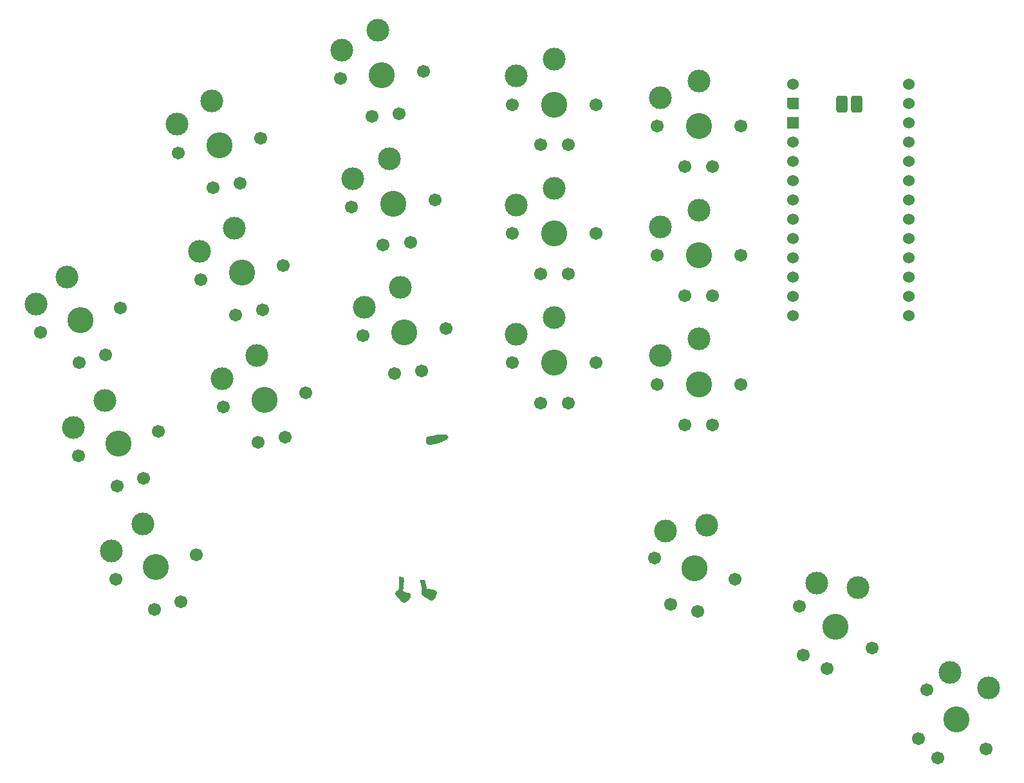
<source format=gbr>
%TF.GenerationSoftware,KiCad,Pcbnew,8.0.0*%
%TF.CreationDate,2024-06-08T15:13:20+02:00*%
%TF.ProjectId,goos-right,676f6f73-2d72-4696-9768-742e6b696361,rev?*%
%TF.SameCoordinates,Original*%
%TF.FileFunction,Soldermask,Bot*%
%TF.FilePolarity,Negative*%
%FSLAX46Y46*%
G04 Gerber Fmt 4.6, Leading zero omitted, Abs format (unit mm)*
G04 Created by KiCad (PCBNEW 8.0.0) date 2024-06-08 15:13:20*
%MOMM*%
%LPD*%
G01*
G04 APERTURE LIST*
G04 Aperture macros list*
%AMRoundRect*
0 Rectangle with rounded corners*
0 $1 Rounding radius*
0 $2 $3 $4 $5 $6 $7 $8 $9 X,Y pos of 4 corners*
0 Add a 4 corners polygon primitive as box body*
4,1,4,$2,$3,$4,$5,$6,$7,$8,$9,$2,$3,0*
0 Add four circle primitives for the rounded corners*
1,1,$1+$1,$2,$3*
1,1,$1+$1,$4,$5*
1,1,$1+$1,$6,$7*
1,1,$1+$1,$8,$9*
0 Add four rect primitives between the rounded corners*
20,1,$1+$1,$2,$3,$4,$5,0*
20,1,$1+$1,$4,$5,$6,$7,0*
20,1,$1+$1,$6,$7,$8,$9,0*
20,1,$1+$1,$8,$9,$2,$3,0*%
%AMOutline5P*
0 Free polygon, 5 corners , with rotation*
0 The origin of the aperture is its center*
0 number of corners: always 5*
0 $1 to $10 corner X, Y*
0 $11 Rotation angle, in degrees counterclockwise*
0 create outline with 5 corners*
4,1,5,$1,$2,$3,$4,$5,$6,$7,$8,$9,$10,$1,$2,$11*%
%AMOutline6P*
0 Free polygon, 6 corners , with rotation*
0 The origin of the aperture is its center*
0 number of corners: always 6*
0 $1 to $12 corner X, Y*
0 $13 Rotation angle, in degrees counterclockwise*
0 create outline with 6 corners*
4,1,6,$1,$2,$3,$4,$5,$6,$7,$8,$9,$10,$11,$12,$1,$2,$13*%
%AMOutline7P*
0 Free polygon, 7 corners , with rotation*
0 The origin of the aperture is its center*
0 number of corners: always 7*
0 $1 to $14 corner X, Y*
0 $15 Rotation angle, in degrees counterclockwise*
0 create outline with 7 corners*
4,1,7,$1,$2,$3,$4,$5,$6,$7,$8,$9,$10,$11,$12,$13,$14,$1,$2,$15*%
%AMOutline8P*
0 Free polygon, 8 corners , with rotation*
0 The origin of the aperture is its center*
0 number of corners: always 8*
0 $1 to $16 corner X, Y*
0 $17 Rotation angle, in degrees counterclockwise*
0 create outline with 8 corners*
4,1,8,$1,$2,$3,$4,$5,$6,$7,$8,$9,$10,$11,$12,$13,$14,$15,$16,$1,$2,$17*%
G04 Aperture macros list end*
%ADD10C,0.000000*%
%ADD11C,1.701800*%
%ADD12C,3.000000*%
%ADD13C,3.429000*%
%ADD14RoundRect,0.375000X0.375000X0.750000X-0.375000X0.750000X-0.375000X-0.750000X0.375000X-0.750000X0*%
%ADD15C,1.524000*%
%ADD16Outline5P,-0.762000X0.762000X0.762000X0.762000X0.762000X-0.762000X-0.457200X-0.762000X-0.762000X-0.457200X0.000000*%
%ADD17R,1.524000X1.524000*%
G04 APERTURE END LIST*
D10*
G36*
X176892727Y-97747505D02*
G01*
X176902845Y-97748529D01*
X176913293Y-97750086D01*
X176924051Y-97752172D01*
X176935097Y-97754783D01*
X176946411Y-97757913D01*
X176957972Y-97761559D01*
X176969759Y-97765716D01*
X176981751Y-97770379D01*
X176993927Y-97775545D01*
X177006266Y-97781208D01*
X177018748Y-97787364D01*
X177029800Y-97792809D01*
X177041293Y-97798105D01*
X177053137Y-97803224D01*
X177065239Y-97808140D01*
X177089852Y-97817247D01*
X177114400Y-97825207D01*
X177126421Y-97828688D01*
X177138151Y-97831799D01*
X177149499Y-97834512D01*
X177160372Y-97836801D01*
X177170681Y-97838638D01*
X177180332Y-97839994D01*
X177189235Y-97840843D01*
X177197297Y-97841157D01*
X177225982Y-97841570D01*
X177251676Y-97842608D01*
X177274565Y-97844426D01*
X177294836Y-97847177D01*
X177304049Y-97848950D01*
X177312678Y-97851013D01*
X177320746Y-97853386D01*
X177328276Y-97856088D01*
X177335292Y-97859137D01*
X177341818Y-97862554D01*
X177347876Y-97866357D01*
X177353490Y-97870565D01*
X177358684Y-97875197D01*
X177363481Y-97880274D01*
X177367903Y-97885812D01*
X177371976Y-97891833D01*
X177375721Y-97898354D01*
X177379162Y-97905396D01*
X177382324Y-97912977D01*
X177385228Y-97921116D01*
X177390360Y-97939145D01*
X177394744Y-97959637D01*
X177398568Y-97982746D01*
X177402019Y-98008623D01*
X177414545Y-98117665D01*
X177424233Y-98215567D01*
X177431063Y-98301747D01*
X177435012Y-98375628D01*
X177436059Y-98436628D01*
X177434184Y-98484170D01*
X177432143Y-98502712D01*
X177429363Y-98517672D01*
X177425842Y-98528978D01*
X177421576Y-98536557D01*
X177420244Y-98538684D01*
X177418925Y-98541765D01*
X177416333Y-98550682D01*
X177413815Y-98563097D01*
X177411384Y-98578799D01*
X177409055Y-98597578D01*
X177406842Y-98619224D01*
X177402819Y-98670274D01*
X177399428Y-98730265D01*
X177396781Y-98797514D01*
X177394990Y-98870335D01*
X177394168Y-98947047D01*
X177393029Y-99074391D01*
X177390590Y-99179841D01*
X177386722Y-99264555D01*
X177381294Y-99329691D01*
X177377954Y-99355280D01*
X177374176Y-99376408D01*
X177369943Y-99393221D01*
X177365239Y-99405863D01*
X177360048Y-99414479D01*
X177354354Y-99419214D01*
X177348139Y-99420213D01*
X177341389Y-99417619D01*
X177339714Y-99417399D01*
X177338191Y-99418835D01*
X177336818Y-99421822D01*
X177335593Y-99426257D01*
X177333570Y-99439049D01*
X177332101Y-99456376D01*
X177331164Y-99477403D01*
X177330734Y-99501293D01*
X177331310Y-99554323D01*
X177333647Y-99608779D01*
X177337565Y-99657977D01*
X177340060Y-99678515D01*
X177342883Y-99695231D01*
X177346009Y-99707291D01*
X177347680Y-99711313D01*
X177349418Y-99713858D01*
X177351049Y-99715025D01*
X177353800Y-99716414D01*
X177357606Y-99718007D01*
X177362405Y-99719787D01*
X177368132Y-99721734D01*
X177374724Y-99723831D01*
X177390243Y-99728402D01*
X177408452Y-99733357D01*
X177428840Y-99738550D01*
X177450894Y-99743838D01*
X177474104Y-99749075D01*
X177498983Y-99754979D01*
X177525819Y-99762176D01*
X177553767Y-99770387D01*
X177581979Y-99779336D01*
X177609609Y-99788742D01*
X177635810Y-99798329D01*
X177659736Y-99807818D01*
X177680539Y-99816930D01*
X177690984Y-99821446D01*
X177703259Y-99826139D01*
X177717208Y-99830971D01*
X177732678Y-99835905D01*
X177767564Y-99845930D01*
X177806685Y-99855917D01*
X177848811Y-99865568D01*
X177892707Y-99874585D01*
X177937143Y-99882670D01*
X177980887Y-99889526D01*
X178033084Y-99897589D01*
X178078282Y-99905912D01*
X178098385Y-99910212D01*
X178116892Y-99914627D01*
X178133853Y-99919173D01*
X178149322Y-99923868D01*
X178163348Y-99928726D01*
X178175984Y-99933766D01*
X178187280Y-99939004D01*
X178197287Y-99944456D01*
X178206057Y-99950140D01*
X178213641Y-99956070D01*
X178220091Y-99962265D01*
X178225457Y-99968741D01*
X178229077Y-99973878D01*
X178232472Y-99979070D01*
X178235630Y-99984282D01*
X178238539Y-99989478D01*
X178241187Y-99994623D01*
X178243560Y-99999682D01*
X178245648Y-100004618D01*
X178247437Y-100009398D01*
X178248915Y-100013985D01*
X178250070Y-100018343D01*
X178250889Y-100022439D01*
X178251361Y-100026235D01*
X178251472Y-100029698D01*
X178251211Y-100032791D01*
X178250936Y-100034188D01*
X178250564Y-100035479D01*
X178250093Y-100036660D01*
X178249521Y-100037727D01*
X178248970Y-100038748D01*
X178248563Y-100039790D01*
X178248296Y-100040854D01*
X178248167Y-100041936D01*
X178248174Y-100043034D01*
X178248314Y-100044147D01*
X178248583Y-100045271D01*
X178248981Y-100046405D01*
X178249503Y-100047547D01*
X178250148Y-100048695D01*
X178250913Y-100049846D01*
X178251795Y-100050998D01*
X178252792Y-100052150D01*
X178253900Y-100053298D01*
X178255118Y-100054442D01*
X178256443Y-100055579D01*
X178257873Y-100056706D01*
X178259404Y-100057821D01*
X178261033Y-100058923D01*
X178262760Y-100060010D01*
X178264580Y-100061078D01*
X178266492Y-100062126D01*
X178268492Y-100063153D01*
X178270578Y-100064155D01*
X178272748Y-100065130D01*
X178274999Y-100066077D01*
X178277328Y-100066993D01*
X178279732Y-100067877D01*
X178282210Y-100068726D01*
X178284758Y-100069537D01*
X178287374Y-100070309D01*
X178290056Y-100071040D01*
X178299978Y-100074996D01*
X178308813Y-100081285D01*
X178316588Y-100089755D01*
X178323329Y-100100254D01*
X178329062Y-100112630D01*
X178333812Y-100126732D01*
X178337607Y-100142407D01*
X178340473Y-100159504D01*
X178343520Y-100197355D01*
X178343163Y-100239070D01*
X178339613Y-100283435D01*
X178333078Y-100329235D01*
X178323769Y-100375255D01*
X178311895Y-100420280D01*
X178297665Y-100463095D01*
X178281289Y-100502485D01*
X178272362Y-100520517D01*
X178262977Y-100537237D01*
X178253161Y-100552493D01*
X178242939Y-100566134D01*
X178232338Y-100578007D01*
X178221384Y-100587962D01*
X178210103Y-100595845D01*
X178198521Y-100601506D01*
X178196481Y-100602344D01*
X178194502Y-100603265D01*
X178192587Y-100604266D01*
X178190737Y-100605343D01*
X178188955Y-100606494D01*
X178187240Y-100607715D01*
X178185597Y-100609003D01*
X178184025Y-100610354D01*
X178182527Y-100611765D01*
X178181104Y-100613233D01*
X178179759Y-100614755D01*
X178178492Y-100616326D01*
X178177305Y-100617944D01*
X178176201Y-100619606D01*
X178175180Y-100621309D01*
X178174245Y-100623048D01*
X178173397Y-100624820D01*
X178172638Y-100626623D01*
X178171969Y-100628453D01*
X178171393Y-100630307D01*
X178170910Y-100632180D01*
X178170523Y-100634071D01*
X178170233Y-100635976D01*
X178170042Y-100637891D01*
X178169952Y-100639814D01*
X178169964Y-100641740D01*
X178170080Y-100643666D01*
X178170301Y-100645590D01*
X178170630Y-100647508D01*
X178171068Y-100649416D01*
X178171617Y-100651311D01*
X178172278Y-100653191D01*
X178173264Y-100656430D01*
X178173792Y-100659875D01*
X178173840Y-100663548D01*
X178173386Y-100667473D01*
X178172406Y-100671673D01*
X178170879Y-100676173D01*
X178168782Y-100680997D01*
X178166091Y-100686167D01*
X178162786Y-100691707D01*
X178158842Y-100697642D01*
X178154237Y-100703995D01*
X178148950Y-100710789D01*
X178142957Y-100718049D01*
X178136236Y-100725798D01*
X178128763Y-100734059D01*
X178120518Y-100742857D01*
X178101617Y-100762157D01*
X178079351Y-100783886D01*
X178053541Y-100808236D01*
X178024005Y-100835394D01*
X177990564Y-100865551D01*
X177953036Y-100898897D01*
X177911242Y-100935620D01*
X177865001Y-100975911D01*
X177846280Y-100991684D01*
X177828031Y-101006146D01*
X177810712Y-101018999D01*
X177794776Y-101029943D01*
X177787469Y-101034607D01*
X177780679Y-101038681D01*
X177774463Y-101042129D01*
X177768877Y-101044914D01*
X177763978Y-101046998D01*
X177759824Y-101048343D01*
X177756472Y-101048913D01*
X177755114Y-101048896D01*
X177753977Y-101048671D01*
X177752960Y-101048372D01*
X177751956Y-101048138D01*
X177750966Y-101047968D01*
X177749991Y-101047859D01*
X177749033Y-101047812D01*
X177748093Y-101047825D01*
X177747172Y-101047897D01*
X177746272Y-101048026D01*
X177745394Y-101048213D01*
X177744539Y-101048455D01*
X177743708Y-101048752D01*
X177742902Y-101049102D01*
X177742124Y-101049505D01*
X177741374Y-101049959D01*
X177740653Y-101050463D01*
X177739963Y-101051017D01*
X177739304Y-101051618D01*
X177738680Y-101052267D01*
X177738089Y-101052961D01*
X177737534Y-101053700D01*
X177737017Y-101054483D01*
X177736538Y-101055309D01*
X177736098Y-101056176D01*
X177735699Y-101057084D01*
X177735343Y-101058030D01*
X177735030Y-101059016D01*
X177734761Y-101060038D01*
X177734539Y-101061096D01*
X177734363Y-101062190D01*
X177734237Y-101063317D01*
X177734160Y-101064477D01*
X177734134Y-101065669D01*
X177733772Y-101069588D01*
X177732703Y-101073639D01*
X177730954Y-101077810D01*
X177728548Y-101082088D01*
X177725512Y-101086458D01*
X177721870Y-101090908D01*
X177717649Y-101095423D01*
X177712873Y-101099991D01*
X177707568Y-101104599D01*
X177701760Y-101109232D01*
X177695473Y-101113877D01*
X177688733Y-101118522D01*
X177673996Y-101127754D01*
X177657751Y-101136821D01*
X177640201Y-101145616D01*
X177621550Y-101154031D01*
X177602000Y-101161960D01*
X177581754Y-101169294D01*
X177561015Y-101175927D01*
X177539987Y-101181751D01*
X177518871Y-101186659D01*
X177508344Y-101188736D01*
X177497871Y-101190544D01*
X177482011Y-101192987D01*
X177467719Y-101194973D01*
X177454920Y-101196483D01*
X177443538Y-101197501D01*
X177433499Y-101198008D01*
X177424728Y-101197985D01*
X177417148Y-101197415D01*
X177410685Y-101196281D01*
X177407849Y-101195496D01*
X177405264Y-101194563D01*
X177402921Y-101193479D01*
X177400810Y-101192244D01*
X177398922Y-101190853D01*
X177397247Y-101189305D01*
X177395777Y-101187598D01*
X177394501Y-101185730D01*
X177393410Y-101183697D01*
X177392496Y-101181499D01*
X177391157Y-101176595D01*
X177390408Y-101171000D01*
X177390175Y-101164696D01*
X177390173Y-101164702D01*
X177390036Y-101160314D01*
X177389633Y-101156050D01*
X177388978Y-101151931D01*
X177388085Y-101147979D01*
X177386967Y-101144216D01*
X177385638Y-101140665D01*
X177384112Y-101137347D01*
X177382401Y-101134284D01*
X177380519Y-101131499D01*
X177378481Y-101129014D01*
X177376299Y-101126850D01*
X177375159Y-101125896D01*
X177373988Y-101125031D01*
X177372788Y-101124257D01*
X177371560Y-101123577D01*
X177370307Y-101122994D01*
X177369030Y-101122511D01*
X177367730Y-101122131D01*
X177366410Y-101121856D01*
X177365071Y-101121689D01*
X177363715Y-101121632D01*
X177362358Y-101121676D01*
X177361017Y-101121804D01*
X177359695Y-101122015D01*
X177358392Y-101122307D01*
X177357110Y-101122678D01*
X177355851Y-101123126D01*
X177354617Y-101123648D01*
X177353409Y-101124242D01*
X177352230Y-101124907D01*
X177351081Y-101125639D01*
X177349963Y-101126438D01*
X177348879Y-101127301D01*
X177347829Y-101128225D01*
X177346817Y-101129209D01*
X177345843Y-101130251D01*
X177344909Y-101131348D01*
X177344018Y-101132498D01*
X177343170Y-101133699D01*
X177342367Y-101134950D01*
X177341612Y-101136247D01*
X177340905Y-101137589D01*
X177340249Y-101138974D01*
X177339646Y-101140400D01*
X177339096Y-101141863D01*
X177338602Y-101143364D01*
X177338166Y-101144898D01*
X177337789Y-101146465D01*
X177337473Y-101148061D01*
X177337219Y-101149685D01*
X177337030Y-101151335D01*
X177336907Y-101153009D01*
X177336851Y-101154704D01*
X177336734Y-101158880D01*
X177336487Y-101162522D01*
X177336313Y-101164143D01*
X177336106Y-101165630D01*
X177335864Y-101166984D01*
X177335587Y-101168205D01*
X177335274Y-101169293D01*
X177334926Y-101170248D01*
X177334540Y-101171069D01*
X177334118Y-101171758D01*
X177333657Y-101172314D01*
X177333159Y-101172738D01*
X177332621Y-101173029D01*
X177332044Y-101173187D01*
X177331427Y-101173213D01*
X177330769Y-101173106D01*
X177330071Y-101172867D01*
X177329331Y-101172496D01*
X177328548Y-101171993D01*
X177327724Y-101171358D01*
X177326855Y-101170591D01*
X177325943Y-101169692D01*
X177324987Y-101168662D01*
X177323986Y-101167499D01*
X177321847Y-101164780D01*
X177319523Y-101161535D01*
X177317008Y-101157765D01*
X177315942Y-101156212D01*
X177314753Y-101154649D01*
X177312023Y-101151507D01*
X177308854Y-101148358D01*
X177305284Y-101145224D01*
X177301351Y-101142127D01*
X177297090Y-101139087D01*
X177292539Y-101136126D01*
X177287735Y-101133265D01*
X177282715Y-101130524D01*
X177277517Y-101127926D01*
X177272177Y-101125491D01*
X177266733Y-101123241D01*
X177261221Y-101121196D01*
X177255679Y-101119377D01*
X177250144Y-101117807D01*
X177244652Y-101116505D01*
X177239296Y-101115196D01*
X177234157Y-101113602D01*
X177229260Y-101111747D01*
X177224628Y-101109652D01*
X177220284Y-101107338D01*
X177216253Y-101104828D01*
X177212558Y-101102144D01*
X177209223Y-101099308D01*
X177206272Y-101096341D01*
X177203728Y-101093265D01*
X177202616Y-101091694D01*
X177201615Y-101090103D01*
X177200728Y-101088496D01*
X177199957Y-101086876D01*
X177199306Y-101085245D01*
X177198778Y-101083606D01*
X177198376Y-101081961D01*
X177198101Y-101080314D01*
X177197959Y-101078668D01*
X177197951Y-101077024D01*
X177198080Y-101075386D01*
X177198350Y-101073756D01*
X177198639Y-101072142D01*
X177198823Y-101070547D01*
X177198905Y-101068976D01*
X177198888Y-101067429D01*
X177198772Y-101065908D01*
X177198561Y-101064416D01*
X177198256Y-101062954D01*
X177197860Y-101061525D01*
X177197373Y-101060131D01*
X177196800Y-101058773D01*
X177196140Y-101057454D01*
X177195398Y-101056175D01*
X177194574Y-101054939D01*
X177193670Y-101053748D01*
X177192690Y-101052604D01*
X177191634Y-101051508D01*
X177190505Y-101050463D01*
X177189305Y-101049471D01*
X177188036Y-101048533D01*
X177186700Y-101047653D01*
X177185299Y-101046831D01*
X177183836Y-101046070D01*
X177182311Y-101045372D01*
X177180728Y-101044739D01*
X177179089Y-101044173D01*
X177177394Y-101043676D01*
X177175648Y-101043249D01*
X177173850Y-101042896D01*
X177172005Y-101042618D01*
X177170113Y-101042416D01*
X177168177Y-101042294D01*
X177166198Y-101042253D01*
X177160111Y-101041795D01*
X177153474Y-101040454D01*
X177146335Y-101038276D01*
X177138745Y-101035308D01*
X177130750Y-101031598D01*
X177122401Y-101027193D01*
X177104832Y-101016488D01*
X177086428Y-101003569D01*
X177067579Y-100988814D01*
X177048675Y-100972602D01*
X177030106Y-100955310D01*
X177012261Y-100937316D01*
X176995530Y-100918998D01*
X176980304Y-100900734D01*
X176966971Y-100882900D01*
X176955923Y-100865876D01*
X176951378Y-100857785D01*
X176947549Y-100850039D01*
X176944486Y-100842683D01*
X176942239Y-100835766D01*
X176940854Y-100829335D01*
X176940382Y-100823436D01*
X176940291Y-100817966D01*
X176940026Y-100812826D01*
X176939596Y-100808036D01*
X176939008Y-100803615D01*
X176938273Y-100799581D01*
X176937398Y-100795955D01*
X176936394Y-100792754D01*
X176935268Y-100789999D01*
X176934030Y-100787707D01*
X176932689Y-100785899D01*
X176931982Y-100785182D01*
X176931253Y-100784593D01*
X176930503Y-100784134D01*
X176929732Y-100783807D01*
X176928943Y-100783616D01*
X176928135Y-100783562D01*
X176927310Y-100783649D01*
X176926470Y-100783877D01*
X176925615Y-100784250D01*
X176924746Y-100784769D01*
X176923865Y-100785439D01*
X176922973Y-100786259D01*
X176920430Y-100788437D01*
X176917683Y-100790117D01*
X176914755Y-100791323D01*
X176911667Y-100792075D01*
X176908444Y-100792396D01*
X176905106Y-100792306D01*
X176901677Y-100791829D01*
X176898180Y-100790986D01*
X176894636Y-100789799D01*
X176891068Y-100788289D01*
X176887499Y-100786479D01*
X176883951Y-100784390D01*
X176880447Y-100782044D01*
X176877010Y-100779463D01*
X176873661Y-100776668D01*
X176870424Y-100773682D01*
X176867320Y-100770526D01*
X176864373Y-100767223D01*
X176861605Y-100763793D01*
X176859039Y-100760259D01*
X176856696Y-100756643D01*
X176854600Y-100752966D01*
X176852774Y-100749250D01*
X176851238Y-100745518D01*
X176850017Y-100741790D01*
X176849133Y-100738089D01*
X176848607Y-100734436D01*
X176848464Y-100730854D01*
X176848724Y-100727364D01*
X176849412Y-100723988D01*
X176850548Y-100720748D01*
X176852157Y-100717665D01*
X176853042Y-100716196D01*
X176853835Y-100714801D01*
X176854539Y-100713480D01*
X176855152Y-100712233D01*
X176855677Y-100711061D01*
X176856113Y-100709964D01*
X176856461Y-100708942D01*
X176856722Y-100707997D01*
X176856896Y-100707128D01*
X176856984Y-100706335D01*
X176856987Y-100705620D01*
X176856905Y-100704982D01*
X176856739Y-100704423D01*
X176856490Y-100703941D01*
X176856157Y-100703538D01*
X176855743Y-100703215D01*
X176855247Y-100702970D01*
X176854670Y-100702806D01*
X176854013Y-100702722D01*
X176853276Y-100702719D01*
X176852460Y-100702796D01*
X176851566Y-100702955D01*
X176850594Y-100703196D01*
X176849545Y-100703520D01*
X176848419Y-100703926D01*
X176847217Y-100704415D01*
X176845940Y-100704987D01*
X176844589Y-100705643D01*
X176843164Y-100706384D01*
X176841665Y-100707209D01*
X176838450Y-100709114D01*
X176836799Y-100710065D01*
X176835132Y-100710888D01*
X176833453Y-100711586D01*
X176831763Y-100712159D01*
X176830064Y-100712609D01*
X176828361Y-100712938D01*
X176826655Y-100713146D01*
X176824948Y-100713235D01*
X176823243Y-100713206D01*
X176821544Y-100713061D01*
X176819851Y-100712802D01*
X176818169Y-100712429D01*
X176816498Y-100711943D01*
X176814843Y-100711348D01*
X176813205Y-100710642D01*
X176811588Y-100709829D01*
X176809992Y-100708909D01*
X176808422Y-100707885D01*
X176806880Y-100706756D01*
X176805368Y-100705525D01*
X176803888Y-100704192D01*
X176802444Y-100702760D01*
X176801038Y-100701230D01*
X176799672Y-100699603D01*
X176798350Y-100697880D01*
X176797072Y-100696063D01*
X176795843Y-100694153D01*
X176794664Y-100692152D01*
X176793539Y-100690060D01*
X176792469Y-100687880D01*
X176791457Y-100685613D01*
X176790506Y-100683259D01*
X176787780Y-100677674D01*
X176783219Y-100670251D01*
X176776930Y-100661114D01*
X176769017Y-100650386D01*
X176759585Y-100638190D01*
X176748740Y-100624650D01*
X176723228Y-100594033D01*
X176693322Y-100559520D01*
X176659862Y-100522100D01*
X176623688Y-100482760D01*
X176585641Y-100442488D01*
X176551406Y-100406082D01*
X176518866Y-100370144D01*
X176488090Y-100334780D01*
X176459146Y-100300092D01*
X176432104Y-100266187D01*
X176407030Y-100233168D01*
X176383995Y-100201141D01*
X176363065Y-100170210D01*
X176344311Y-100140479D01*
X176327799Y-100112054D01*
X176313599Y-100085038D01*
X176301779Y-100059537D01*
X176292408Y-100035656D01*
X176285553Y-100013498D01*
X176281284Y-99993169D01*
X176279669Y-99974773D01*
X176280015Y-99963993D01*
X176281339Y-99952621D01*
X176283595Y-99940718D01*
X176286735Y-99928345D01*
X176295475Y-99902433D01*
X176307177Y-99875377D01*
X176321461Y-99847667D01*
X176337945Y-99819793D01*
X176356248Y-99792246D01*
X176375989Y-99765517D01*
X176396787Y-99740095D01*
X176418260Y-99716472D01*
X176440026Y-99695137D01*
X176461706Y-99676582D01*
X176482917Y-99661296D01*
X176493228Y-99655032D01*
X176503278Y-99649770D01*
X176513021Y-99645571D01*
X176522409Y-99642495D01*
X176531393Y-99640605D01*
X176539927Y-99639961D01*
X176545930Y-99639767D01*
X176551708Y-99639195D01*
X176557239Y-99638260D01*
X176562499Y-99636978D01*
X176567467Y-99635366D01*
X176572120Y-99633438D01*
X176576436Y-99631211D01*
X176580393Y-99628700D01*
X176583968Y-99625920D01*
X176585605Y-99624435D01*
X176587138Y-99622888D01*
X176588565Y-99621282D01*
X176589882Y-99619619D01*
X176591088Y-99617901D01*
X176592178Y-99616130D01*
X176593150Y-99614307D01*
X176594002Y-99612434D01*
X176594730Y-99610515D01*
X176595333Y-99608549D01*
X176595806Y-99606541D01*
X176596147Y-99604490D01*
X176596354Y-99602401D01*
X176596424Y-99600273D01*
X176596473Y-99598239D01*
X176596621Y-99596230D01*
X176596863Y-99594250D01*
X176597197Y-99592301D01*
X176597623Y-99590385D01*
X176598135Y-99588505D01*
X176598734Y-99586664D01*
X176599415Y-99584863D01*
X176600176Y-99583107D01*
X176601016Y-99581396D01*
X176601932Y-99579734D01*
X176602920Y-99578124D01*
X176603980Y-99576567D01*
X176605107Y-99575066D01*
X176606301Y-99573625D01*
X176607558Y-99572244D01*
X176608877Y-99570928D01*
X176610254Y-99569678D01*
X176611687Y-99568497D01*
X176613174Y-99567388D01*
X176614712Y-99566353D01*
X176616299Y-99565395D01*
X176617933Y-99564515D01*
X176619611Y-99563718D01*
X176621330Y-99563005D01*
X176623089Y-99562378D01*
X176624884Y-99561841D01*
X176626714Y-99561396D01*
X176628576Y-99561046D01*
X176630467Y-99560792D01*
X176632385Y-99560638D01*
X176634328Y-99560586D01*
X176636295Y-99560509D01*
X176638284Y-99560278D01*
X176640291Y-99559897D01*
X176642313Y-99559371D01*
X176644346Y-99558704D01*
X176646387Y-99557898D01*
X176648432Y-99556959D01*
X176650477Y-99555889D01*
X176652520Y-99554693D01*
X176654555Y-99553374D01*
X176656581Y-99551936D01*
X176658592Y-99550384D01*
X176660586Y-99548720D01*
X176662559Y-99546949D01*
X176666427Y-99543099D01*
X176670168Y-99538866D01*
X176673753Y-99534280D01*
X176677153Y-99529371D01*
X176680339Y-99524170D01*
X176683283Y-99518707D01*
X176685956Y-99513013D01*
X176688330Y-99507119D01*
X176689395Y-99504106D01*
X176690374Y-99501054D01*
X176692423Y-99494761D01*
X176694808Y-99488196D01*
X176697500Y-99481411D01*
X176700469Y-99474460D01*
X176703687Y-99467396D01*
X176707125Y-99460273D01*
X176710754Y-99453142D01*
X176714543Y-99446058D01*
X176718465Y-99439073D01*
X176722490Y-99432241D01*
X176726589Y-99425615D01*
X176730733Y-99419248D01*
X176734893Y-99413193D01*
X176739039Y-99407503D01*
X176743143Y-99402231D01*
X176747175Y-99397430D01*
X176749979Y-99394017D01*
X176752642Y-99390317D01*
X176755166Y-99386304D01*
X176757552Y-99381951D01*
X176759803Y-99377233D01*
X176761921Y-99372121D01*
X176763908Y-99366590D01*
X176765766Y-99360612D01*
X176767498Y-99354161D01*
X176769104Y-99347210D01*
X176771952Y-99331702D01*
X176774326Y-99313875D01*
X176776242Y-99293514D01*
X176777718Y-99270406D01*
X176778771Y-99244337D01*
X176779416Y-99215094D01*
X176779671Y-99182462D01*
X176779552Y-99146230D01*
X176779076Y-99106181D01*
X176778259Y-99062104D01*
X176777119Y-99013785D01*
X176774256Y-98846156D01*
X176772906Y-98640749D01*
X176773137Y-98423587D01*
X176775018Y-98220694D01*
X176781633Y-97767157D01*
X176847823Y-97750545D01*
X176855976Y-97748834D01*
X176864564Y-97747680D01*
X176873565Y-97747076D01*
X176882960Y-97747020D01*
X176892727Y-97747505D01*
G37*
G36*
X180015498Y-98171829D02*
G01*
X180051653Y-98173472D01*
X180083208Y-98176242D01*
X180109186Y-98180196D01*
X180128611Y-98185396D01*
X180133590Y-98187540D01*
X180138526Y-98190278D01*
X180143417Y-98193611D01*
X180148264Y-98197535D01*
X180153066Y-98202049D01*
X180157822Y-98207153D01*
X180162532Y-98212844D01*
X180167195Y-98219122D01*
X180171811Y-98225984D01*
X180176378Y-98233430D01*
X180180898Y-98241457D01*
X180185368Y-98250066D01*
X180189789Y-98259253D01*
X180194160Y-98269018D01*
X180202749Y-98290275D01*
X180211132Y-98313826D01*
X180219303Y-98339659D01*
X180227260Y-98367763D01*
X180234996Y-98398126D01*
X180242509Y-98430737D01*
X180249794Y-98465584D01*
X180256846Y-98502657D01*
X180263661Y-98541943D01*
X180267894Y-98564607D01*
X180273216Y-98588463D01*
X180279411Y-98612797D01*
X180286265Y-98636891D01*
X180293562Y-98660030D01*
X180301090Y-98681497D01*
X180308632Y-98700577D01*
X180312342Y-98708998D01*
X180315975Y-98716553D01*
X180319475Y-98723953D01*
X180322795Y-98731918D01*
X180325920Y-98740374D01*
X180328838Y-98749246D01*
X180331533Y-98758461D01*
X180333994Y-98767945D01*
X180336206Y-98777623D01*
X180338155Y-98787420D01*
X180339828Y-98797264D01*
X180341211Y-98807079D01*
X180342291Y-98816792D01*
X180343053Y-98826328D01*
X180343484Y-98835613D01*
X180343570Y-98844573D01*
X180343298Y-98853134D01*
X180342655Y-98861221D01*
X180342017Y-98869398D01*
X180341763Y-98878221D01*
X180341878Y-98887607D01*
X180342348Y-98897474D01*
X180343159Y-98907737D01*
X180344297Y-98918314D01*
X180345747Y-98929123D01*
X180347495Y-98940080D01*
X180349526Y-98951101D01*
X180351827Y-98962105D01*
X180354384Y-98973008D01*
X180357181Y-98983727D01*
X180360205Y-98994179D01*
X180363441Y-99004282D01*
X180366875Y-99013951D01*
X180370493Y-99023105D01*
X180374154Y-99032555D01*
X180377711Y-99043096D01*
X180381148Y-99054615D01*
X180384444Y-99067000D01*
X180387584Y-99080138D01*
X180390546Y-99093916D01*
X180395869Y-99122947D01*
X180400266Y-99153194D01*
X180403588Y-99183757D01*
X180404801Y-99198877D01*
X180405690Y-99213739D01*
X180406237Y-99228230D01*
X180406423Y-99242239D01*
X180406558Y-99258072D01*
X180406959Y-99272972D01*
X180407625Y-99286933D01*
X180408555Y-99299945D01*
X180409746Y-99312000D01*
X180411195Y-99323090D01*
X180412902Y-99333206D01*
X180414864Y-99342341D01*
X180417079Y-99350485D01*
X180419544Y-99357630D01*
X180422259Y-99363769D01*
X180425221Y-99368892D01*
X180428427Y-99372991D01*
X180431877Y-99376058D01*
X180435567Y-99378085D01*
X180437502Y-99378706D01*
X180439496Y-99379063D01*
X180460689Y-99381066D01*
X180493942Y-99383801D01*
X180534700Y-99386907D01*
X180578402Y-99390024D01*
X180820515Y-99407694D01*
X180999917Y-99423109D01*
X181066346Y-99429995D01*
X181117390Y-99436344D01*
X181153147Y-99442168D01*
X181173715Y-99447475D01*
X181182940Y-99450782D01*
X181193969Y-99454274D01*
X181206385Y-99457846D01*
X181219776Y-99461392D01*
X181233726Y-99464807D01*
X181247821Y-99467984D01*
X181261646Y-99470819D01*
X181274787Y-99473205D01*
X181300486Y-99478417D01*
X181327721Y-99485565D01*
X181356054Y-99494417D01*
X181385043Y-99504740D01*
X181414248Y-99516300D01*
X181443230Y-99528864D01*
X181471549Y-99542198D01*
X181498763Y-99556069D01*
X181524433Y-99570243D01*
X181548119Y-99584488D01*
X181569380Y-99598569D01*
X181587776Y-99612252D01*
X181602868Y-99625306D01*
X181614215Y-99637496D01*
X181618346Y-99643194D01*
X181621376Y-99648589D01*
X181623250Y-99653651D01*
X181623912Y-99658351D01*
X181624028Y-99665042D01*
X181624265Y-99670902D01*
X181624635Y-99675939D01*
X181625154Y-99680157D01*
X181625472Y-99681962D01*
X181625833Y-99683564D01*
X181626236Y-99684965D01*
X181626685Y-99686165D01*
X181627181Y-99687165D01*
X181627725Y-99687966D01*
X181628320Y-99688569D01*
X181628966Y-99688974D01*
X181629665Y-99689181D01*
X181630420Y-99689193D01*
X181631231Y-99689010D01*
X181632101Y-99688631D01*
X181633031Y-99688059D01*
X181634022Y-99687294D01*
X181635077Y-99686336D01*
X181636197Y-99685187D01*
X181638639Y-99682316D01*
X181641361Y-99678689D01*
X181644376Y-99674309D01*
X181647698Y-99669185D01*
X181649382Y-99666626D01*
X181651052Y-99664298D01*
X181652711Y-99662201D01*
X181654364Y-99660340D01*
X181656014Y-99658716D01*
X181657666Y-99657332D01*
X181659322Y-99656191D01*
X181660987Y-99655295D01*
X181662664Y-99654647D01*
X181664358Y-99654250D01*
X181666071Y-99654106D01*
X181667809Y-99654218D01*
X181669574Y-99654588D01*
X181671371Y-99655219D01*
X181673203Y-99656114D01*
X181675074Y-99657275D01*
X181676989Y-99658704D01*
X181678950Y-99660405D01*
X181680961Y-99662380D01*
X181683027Y-99664632D01*
X181685151Y-99667163D01*
X181687337Y-99669975D01*
X181689588Y-99673072D01*
X181691909Y-99676456D01*
X181694304Y-99680130D01*
X181696776Y-99684095D01*
X181699328Y-99688356D01*
X181701966Y-99692914D01*
X181707510Y-99702933D01*
X181713439Y-99714172D01*
X181724243Y-99737356D01*
X181733239Y-99761579D01*
X181740432Y-99786783D01*
X181745827Y-99812907D01*
X181749429Y-99839895D01*
X181751244Y-99867686D01*
X181751277Y-99896222D01*
X181749533Y-99925445D01*
X181746017Y-99955296D01*
X181740735Y-99985715D01*
X181733691Y-100016645D01*
X181724892Y-100048026D01*
X181714341Y-100079799D01*
X181702045Y-100111907D01*
X181688009Y-100144290D01*
X181672238Y-100176889D01*
X181669698Y-100182299D01*
X181667072Y-100188691D01*
X181664382Y-100195983D01*
X181661646Y-100204093D01*
X181656121Y-100222444D01*
X181650659Y-100243093D01*
X181645423Y-100265388D01*
X181640574Y-100288678D01*
X181636276Y-100312312D01*
X181632689Y-100335640D01*
X181627889Y-100365997D01*
X181622051Y-100395495D01*
X181615264Y-100423964D01*
X181607616Y-100451235D01*
X181599197Y-100477141D01*
X181590096Y-100501513D01*
X181580399Y-100524181D01*
X181570198Y-100544979D01*
X181559579Y-100563737D01*
X181548633Y-100580286D01*
X181537447Y-100594458D01*
X181526110Y-100606085D01*
X181514712Y-100614999D01*
X181509017Y-100618385D01*
X181503340Y-100621029D01*
X181497692Y-100622911D01*
X181492083Y-100624009D01*
X181486526Y-100624302D01*
X181481031Y-100623769D01*
X181476218Y-100623045D01*
X181471697Y-100622596D01*
X181467485Y-100622415D01*
X181463600Y-100622492D01*
X181460058Y-100622819D01*
X181456875Y-100623387D01*
X181454068Y-100624188D01*
X181452811Y-100624673D01*
X181451654Y-100625214D01*
X181450600Y-100625808D01*
X181449650Y-100626455D01*
X181448806Y-100627153D01*
X181448072Y-100627903D01*
X181447448Y-100628702D01*
X181446936Y-100629550D01*
X181446540Y-100630445D01*
X181446261Y-100631387D01*
X181446101Y-100632374D01*
X181446062Y-100633405D01*
X181446146Y-100634480D01*
X181446355Y-100635597D01*
X181446692Y-100636755D01*
X181447159Y-100637953D01*
X181447757Y-100639190D01*
X181448489Y-100640465D01*
X181449165Y-100641831D01*
X181449600Y-100643340D01*
X181449797Y-100644987D01*
X181449761Y-100646764D01*
X181449498Y-100648668D01*
X181449011Y-100650693D01*
X181448306Y-100652832D01*
X181447388Y-100655081D01*
X181446261Y-100657433D01*
X181444930Y-100659884D01*
X181443401Y-100662427D01*
X181441677Y-100665057D01*
X181437665Y-100670557D01*
X181432933Y-100676337D01*
X181427520Y-100682355D01*
X181421463Y-100688565D01*
X181414802Y-100694922D01*
X181407575Y-100701383D01*
X181399819Y-100707902D01*
X181391573Y-100714436D01*
X181382876Y-100720939D01*
X181373766Y-100727367D01*
X181364640Y-100733770D01*
X181355898Y-100740200D01*
X181347579Y-100746615D01*
X181339723Y-100752972D01*
X181332371Y-100759231D01*
X181325561Y-100765348D01*
X181319334Y-100771282D01*
X181313730Y-100776990D01*
X181308787Y-100782430D01*
X181304548Y-100787561D01*
X181301050Y-100792340D01*
X181298334Y-100796725D01*
X181296439Y-100800674D01*
X181295812Y-100802471D01*
X181295406Y-100804144D01*
X181295225Y-100805687D01*
X181295275Y-100807095D01*
X181295559Y-100808362D01*
X181296084Y-100809483D01*
X181296613Y-100810593D01*
X181296909Y-100811826D01*
X181296977Y-100813179D01*
X181296822Y-100814646D01*
X181296448Y-100816222D01*
X181295861Y-100817904D01*
X181295065Y-100819685D01*
X181294065Y-100821562D01*
X181292866Y-100823530D01*
X181291473Y-100825584D01*
X181289890Y-100827719D01*
X181288122Y-100829931D01*
X181284051Y-100834565D01*
X181279298Y-100839450D01*
X181273901Y-100844546D01*
X181267899Y-100849818D01*
X181261331Y-100855226D01*
X181254234Y-100860733D01*
X181246646Y-100866302D01*
X181238607Y-100871895D01*
X181230155Y-100877473D01*
X181221327Y-100883000D01*
X181201246Y-100894111D01*
X181179747Y-100903950D01*
X181157167Y-100912499D01*
X181133846Y-100919740D01*
X181110122Y-100925658D01*
X181086333Y-100930233D01*
X181062818Y-100933450D01*
X181039915Y-100935291D01*
X181017963Y-100935739D01*
X180997299Y-100934775D01*
X180978263Y-100932384D01*
X180961193Y-100928548D01*
X180946428Y-100923249D01*
X180940015Y-100920046D01*
X180934305Y-100916471D01*
X180929340Y-100912521D01*
X180925163Y-100908195D01*
X180921816Y-100903491D01*
X180919341Y-100898405D01*
X180918552Y-100896472D01*
X180917694Y-100894594D01*
X180916769Y-100892772D01*
X180915780Y-100891008D01*
X180914729Y-100889304D01*
X180913620Y-100887662D01*
X180912456Y-100886082D01*
X180911239Y-100884568D01*
X180909973Y-100883120D01*
X180908660Y-100881741D01*
X180907303Y-100880432D01*
X180905906Y-100879194D01*
X180904470Y-100878030D01*
X180903000Y-100876940D01*
X180901497Y-100875928D01*
X180899966Y-100874993D01*
X180898408Y-100874139D01*
X180896826Y-100873367D01*
X180895225Y-100872678D01*
X180893605Y-100872075D01*
X180891971Y-100871558D01*
X180890326Y-100871129D01*
X180888672Y-100870791D01*
X180887011Y-100870545D01*
X180885348Y-100870393D01*
X180883685Y-100870335D01*
X180882025Y-100870375D01*
X180880370Y-100870513D01*
X180878725Y-100870752D01*
X180877090Y-100871093D01*
X180875471Y-100871537D01*
X180873869Y-100872087D01*
X180871310Y-100872928D01*
X180868649Y-100873538D01*
X180865870Y-100873906D01*
X180862952Y-100874019D01*
X180859880Y-100873865D01*
X180856634Y-100873433D01*
X180853196Y-100872710D01*
X180849549Y-100871685D01*
X180845675Y-100870345D01*
X180841555Y-100868679D01*
X180837171Y-100866675D01*
X180832505Y-100864320D01*
X180827540Y-100861603D01*
X180822258Y-100858512D01*
X180816639Y-100855035D01*
X180810667Y-100851160D01*
X180797588Y-100842168D01*
X180782879Y-100831440D01*
X180766393Y-100818881D01*
X180747988Y-100804396D01*
X180727518Y-100787888D01*
X180704839Y-100769262D01*
X180679808Y-100748422D01*
X180652279Y-100725273D01*
X180648866Y-100722525D01*
X180645240Y-100719854D01*
X180641431Y-100717274D01*
X180637472Y-100714798D01*
X180633396Y-100712441D01*
X180629233Y-100710217D01*
X180625017Y-100708138D01*
X180620779Y-100706220D01*
X180616550Y-100704476D01*
X180612364Y-100702919D01*
X180608252Y-100701564D01*
X180604245Y-100700424D01*
X180600376Y-100699514D01*
X180596678Y-100698846D01*
X180593181Y-100698435D01*
X180589918Y-100698295D01*
X180588378Y-100698247D01*
X180586894Y-100698104D01*
X180585467Y-100697868D01*
X180584099Y-100697541D01*
X180582790Y-100697127D01*
X180581542Y-100696627D01*
X180580355Y-100696043D01*
X180579231Y-100695379D01*
X180578170Y-100694636D01*
X180577174Y-100693817D01*
X180576243Y-100692925D01*
X180575379Y-100691961D01*
X180574582Y-100690928D01*
X180573855Y-100689828D01*
X180573197Y-100688664D01*
X180572610Y-100687438D01*
X180572095Y-100686153D01*
X180571652Y-100684810D01*
X180571284Y-100683412D01*
X180570991Y-100681962D01*
X180570773Y-100680462D01*
X180570633Y-100678914D01*
X180570570Y-100677321D01*
X180570587Y-100675685D01*
X180570684Y-100674008D01*
X180570862Y-100672293D01*
X180571123Y-100670542D01*
X180571467Y-100668758D01*
X180571895Y-100666942D01*
X180572408Y-100665098D01*
X180573008Y-100663227D01*
X180573695Y-100661333D01*
X180574447Y-100659193D01*
X180575051Y-100657077D01*
X180575510Y-100654987D01*
X180575824Y-100652924D01*
X180575994Y-100650889D01*
X180576021Y-100648883D01*
X180575907Y-100646908D01*
X180575652Y-100644964D01*
X180575257Y-100643054D01*
X180574725Y-100641178D01*
X180574055Y-100639338D01*
X180573249Y-100637534D01*
X180572308Y-100635769D01*
X180571233Y-100634043D01*
X180570025Y-100632358D01*
X180568685Y-100630714D01*
X180567215Y-100629114D01*
X180565615Y-100627559D01*
X180563887Y-100626049D01*
X180562031Y-100624586D01*
X180560049Y-100623171D01*
X180557942Y-100621806D01*
X180555710Y-100620492D01*
X180553356Y-100619229D01*
X180550880Y-100618020D01*
X180548283Y-100616866D01*
X180545566Y-100615767D01*
X180542730Y-100614726D01*
X180539777Y-100613742D01*
X180536708Y-100612819D01*
X180533523Y-100611956D01*
X180530224Y-100611156D01*
X180489532Y-100600407D01*
X180445009Y-100586131D01*
X180397594Y-100568831D01*
X180348228Y-100549010D01*
X180297849Y-100527173D01*
X180247397Y-100503822D01*
X180197813Y-100479461D01*
X180150035Y-100454595D01*
X180105003Y-100429725D01*
X180063657Y-100405357D01*
X180026936Y-100381993D01*
X179995781Y-100360136D01*
X179971130Y-100340292D01*
X179953923Y-100322962D01*
X179948405Y-100315398D01*
X179945100Y-100308651D01*
X179944127Y-100302785D01*
X179945601Y-100297862D01*
X179946273Y-100296688D01*
X179946829Y-100295529D01*
X179947272Y-100294387D01*
X179947603Y-100293262D01*
X179947823Y-100292157D01*
X179947935Y-100291072D01*
X179947941Y-100290009D01*
X179947842Y-100288971D01*
X179947639Y-100287957D01*
X179947336Y-100286970D01*
X179946932Y-100286011D01*
X179946431Y-100285082D01*
X179945833Y-100284183D01*
X179945141Y-100283317D01*
X179944356Y-100282485D01*
X179943480Y-100281689D01*
X179942515Y-100280929D01*
X179941462Y-100280208D01*
X179940324Y-100279527D01*
X179939101Y-100278887D01*
X179937796Y-100278289D01*
X179936411Y-100277736D01*
X179934946Y-100277229D01*
X179933405Y-100276769D01*
X179931788Y-100276357D01*
X179930097Y-100275996D01*
X179928335Y-100275686D01*
X179926503Y-100275429D01*
X179924602Y-100275227D01*
X179922634Y-100275081D01*
X179920601Y-100274992D01*
X179918505Y-100274962D01*
X179916185Y-100274893D01*
X179913917Y-100274690D01*
X179911703Y-100274353D01*
X179909543Y-100273885D01*
X179907439Y-100273287D01*
X179905392Y-100272562D01*
X179903405Y-100271711D01*
X179901477Y-100270737D01*
X179899611Y-100269642D01*
X179897808Y-100268427D01*
X179896069Y-100267094D01*
X179894396Y-100265646D01*
X179892790Y-100264084D01*
X179891253Y-100262410D01*
X179889785Y-100260627D01*
X179888389Y-100258736D01*
X179887065Y-100256739D01*
X179885815Y-100254638D01*
X179884640Y-100252436D01*
X179883542Y-100250134D01*
X179882522Y-100247733D01*
X179881582Y-100245237D01*
X179880722Y-100242647D01*
X179879945Y-100239965D01*
X179879251Y-100237192D01*
X179878643Y-100234332D01*
X179878120Y-100231386D01*
X179877685Y-100228355D01*
X179877340Y-100225243D01*
X179877084Y-100222050D01*
X179876921Y-100218779D01*
X179876851Y-100215431D01*
X179876731Y-100207108D01*
X179876482Y-100199775D01*
X179876090Y-100193422D01*
X179875542Y-100188037D01*
X179874824Y-100183608D01*
X179874397Y-100181749D01*
X179873922Y-100180125D01*
X179873398Y-100178735D01*
X179872823Y-100177576D01*
X179872196Y-100176649D01*
X179871514Y-100175951D01*
X179870776Y-100175481D01*
X179869980Y-100175238D01*
X179869124Y-100175220D01*
X179868208Y-100175426D01*
X179867228Y-100175854D01*
X179866184Y-100176503D01*
X179865074Y-100177372D01*
X179863895Y-100178460D01*
X179861328Y-100181283D01*
X179858468Y-100184963D01*
X179855302Y-100189487D01*
X179851816Y-100194845D01*
X179848111Y-100200543D01*
X179844699Y-100205417D01*
X179843093Y-100207542D01*
X179841548Y-100209457D01*
X179840062Y-100211161D01*
X179838629Y-100212653D01*
X179837246Y-100213932D01*
X179835910Y-100214996D01*
X179834616Y-100215844D01*
X179833360Y-100216475D01*
X179832139Y-100216888D01*
X179830949Y-100217081D01*
X179829785Y-100217054D01*
X179828645Y-100216804D01*
X179827524Y-100216332D01*
X179826418Y-100215635D01*
X179825323Y-100214712D01*
X179824236Y-100213562D01*
X179823153Y-100212184D01*
X179822070Y-100210577D01*
X179820983Y-100208739D01*
X179819887Y-100206669D01*
X179818781Y-100204366D01*
X179817658Y-100201829D01*
X179816516Y-100199056D01*
X179815351Y-100196047D01*
X179812936Y-100189312D01*
X179810381Y-100181616D01*
X179801983Y-100156660D01*
X179791539Y-100127280D01*
X179780381Y-100097142D01*
X179769837Y-100069910D01*
X179767229Y-100063086D01*
X179764987Y-100056628D01*
X179763113Y-100050546D01*
X179761606Y-100044851D01*
X179760465Y-100039552D01*
X179759690Y-100034660D01*
X179759280Y-100030185D01*
X179759236Y-100026138D01*
X179759557Y-100022528D01*
X179760243Y-100019367D01*
X179760722Y-100017957D01*
X179761292Y-100016663D01*
X179761954Y-100015486D01*
X179762706Y-100014428D01*
X179763549Y-100013490D01*
X179764483Y-100012672D01*
X179765507Y-100011977D01*
X179766623Y-100011405D01*
X179767829Y-100010958D01*
X179769125Y-100010637D01*
X179770513Y-100010444D01*
X179771990Y-100010379D01*
X179773318Y-100010327D01*
X179774628Y-100010173D01*
X179775920Y-100009919D01*
X179777191Y-100009569D01*
X179778441Y-100009124D01*
X179779668Y-100008587D01*
X179780869Y-100007961D01*
X179782043Y-100007247D01*
X179783190Y-100006450D01*
X179784305Y-100005571D01*
X179785390Y-100004612D01*
X179786440Y-100003577D01*
X179787456Y-100002468D01*
X179788435Y-100001287D01*
X179789376Y-100000037D01*
X179790276Y-99998721D01*
X179791135Y-99997341D01*
X179791950Y-99995899D01*
X179792720Y-99994399D01*
X179793444Y-99992842D01*
X179794119Y-99991231D01*
X179794745Y-99989569D01*
X179795318Y-99987859D01*
X179795839Y-99986102D01*
X179796304Y-99984302D01*
X179796712Y-99982460D01*
X179797063Y-99980580D01*
X179797353Y-99978665D01*
X179797582Y-99976715D01*
X179797747Y-99974735D01*
X179797848Y-99972727D01*
X179797881Y-99970692D01*
X179797765Y-99966650D01*
X179797425Y-99962720D01*
X179796872Y-99958924D01*
X179796117Y-99955283D01*
X179795172Y-99951815D01*
X179794049Y-99948543D01*
X179792758Y-99945485D01*
X179791312Y-99942663D01*
X179789722Y-99940097D01*
X179787999Y-99937806D01*
X179786155Y-99935813D01*
X179784201Y-99934136D01*
X179783187Y-99933423D01*
X179782149Y-99932796D01*
X179781090Y-99932259D01*
X179780010Y-99931814D01*
X179778912Y-99931464D01*
X179777796Y-99931210D01*
X179776664Y-99931056D01*
X179775518Y-99931004D01*
X179774351Y-99930387D01*
X179773159Y-99928557D01*
X179770709Y-99921375D01*
X179768186Y-99909700D01*
X179765610Y-99893776D01*
X179763000Y-99873843D01*
X179760377Y-99850143D01*
X179755165Y-99792412D01*
X179750129Y-99722517D01*
X179745426Y-99642393D01*
X179741209Y-99553976D01*
X179737636Y-99459201D01*
X179732352Y-99312090D01*
X179726552Y-99192148D01*
X179719209Y-99091836D01*
X179709295Y-99003616D01*
X179703053Y-98961684D01*
X179695783Y-98919947D01*
X179677644Y-98833291D01*
X179653853Y-98736108D01*
X179623380Y-98620859D01*
X179591063Y-98500378D01*
X179567412Y-98409224D01*
X179551908Y-98342761D01*
X179547050Y-98317341D01*
X179544036Y-98296354D01*
X179542799Y-98279222D01*
X179543276Y-98265366D01*
X179545403Y-98254205D01*
X179549114Y-98245160D01*
X179554344Y-98237652D01*
X179561030Y-98231101D01*
X179578510Y-98218553D01*
X179593653Y-98211270D01*
X179615920Y-98204408D01*
X179644335Y-98198024D01*
X179677920Y-98192177D01*
X179715699Y-98186927D01*
X179756694Y-98182333D01*
X179844425Y-98175346D01*
X179933299Y-98171688D01*
X179975721Y-98171254D01*
X180015498Y-98171829D01*
G37*
G36*
X177426271Y-98035160D02*
G01*
X177426882Y-98035328D01*
X177427511Y-98035651D01*
X177428159Y-98036130D01*
X177428823Y-98036764D01*
X177429505Y-98037554D01*
X177430203Y-98038501D01*
X177431646Y-98040868D01*
X177433148Y-98043868D01*
X177434706Y-98047505D01*
X177436038Y-98051126D01*
X177437171Y-98054807D01*
X177438105Y-98058524D01*
X177438840Y-98062250D01*
X177439379Y-98065959D01*
X177439722Y-98069626D01*
X177439870Y-98073224D01*
X177439825Y-98076726D01*
X177439586Y-98080109D01*
X177439157Y-98083344D01*
X177438537Y-98086406D01*
X177437727Y-98089270D01*
X177436729Y-98091909D01*
X177435544Y-98094297D01*
X177434173Y-98096408D01*
X177433418Y-98097351D01*
X177432617Y-98098216D01*
X177431800Y-98098969D01*
X177430999Y-98099581D01*
X177430215Y-98100055D01*
X177429448Y-98100392D01*
X177428700Y-98100594D01*
X177428333Y-98100646D01*
X177427971Y-98100665D01*
X177427614Y-98100652D01*
X177427262Y-98100606D01*
X177426916Y-98100529D01*
X177426575Y-98100420D01*
X177425909Y-98100109D01*
X177425267Y-98099674D01*
X177424648Y-98099118D01*
X177424053Y-98098444D01*
X177423485Y-98097654D01*
X177422942Y-98096749D01*
X177422427Y-98095733D01*
X177421941Y-98094607D01*
X177421483Y-98093373D01*
X177421056Y-98092034D01*
X177420659Y-98090592D01*
X177420294Y-98089050D01*
X177419962Y-98087409D01*
X177419664Y-98085671D01*
X177419399Y-98083840D01*
X177419171Y-98081916D01*
X177418978Y-98079903D01*
X177418823Y-98077803D01*
X177418705Y-98075618D01*
X177418627Y-98073349D01*
X177418588Y-98071000D01*
X177418591Y-98068572D01*
X177418634Y-98066068D01*
X177418720Y-98063490D01*
X177419016Y-98057999D01*
X177419425Y-98053088D01*
X177419943Y-98048761D01*
X177420566Y-98045021D01*
X177421289Y-98041873D01*
X177422109Y-98039322D01*
X177422554Y-98038271D01*
X177423021Y-98037371D01*
X177423511Y-98036621D01*
X177424022Y-98036024D01*
X177424554Y-98035578D01*
X177425106Y-98035286D01*
X177425679Y-98035146D01*
X177426271Y-98035160D01*
G37*
G36*
X182689161Y-79019889D02*
G01*
X182733940Y-79021141D01*
X182776258Y-79023349D01*
X182815886Y-79026455D01*
X182852598Y-79030399D01*
X182886163Y-79035122D01*
X182916352Y-79040563D01*
X182942938Y-79046665D01*
X182965692Y-79053367D01*
X182984384Y-79060611D01*
X182998786Y-79068337D01*
X183008669Y-79076485D01*
X183011845Y-79080699D01*
X183013806Y-79084996D01*
X183014522Y-79089369D01*
X183013966Y-79093811D01*
X183012108Y-79098314D01*
X183008921Y-79102871D01*
X183004375Y-79107474D01*
X182998443Y-79112116D01*
X182993119Y-79115925D01*
X182988615Y-79119312D01*
X182984940Y-79122285D01*
X182983417Y-79123619D01*
X182982104Y-79124853D01*
X182981004Y-79125987D01*
X182980117Y-79127022D01*
X182979444Y-79127960D01*
X182978988Y-79128801D01*
X182978749Y-79129546D01*
X182978728Y-79130197D01*
X182978927Y-79130754D01*
X182979347Y-79131219D01*
X182979989Y-79131591D01*
X182980854Y-79131873D01*
X182981944Y-79132066D01*
X182983260Y-79132169D01*
X182984803Y-79132185D01*
X182986575Y-79132113D01*
X182988576Y-79131956D01*
X182990808Y-79131714D01*
X182995969Y-79130980D01*
X183002068Y-79129918D01*
X183009116Y-79128536D01*
X183017122Y-79126842D01*
X183025519Y-79125658D01*
X183034296Y-79125642D01*
X183043409Y-79126742D01*
X183052818Y-79128908D01*
X183062479Y-79132091D01*
X183072351Y-79136240D01*
X183082390Y-79141305D01*
X183092554Y-79147235D01*
X183102801Y-79153981D01*
X183113089Y-79161493D01*
X183123375Y-79169720D01*
X183133617Y-79178612D01*
X183143772Y-79188119D01*
X183153798Y-79198191D01*
X183173295Y-79219830D01*
X183191767Y-79243126D01*
X183208876Y-79267679D01*
X183224283Y-79293088D01*
X183231243Y-79305988D01*
X183237649Y-79318951D01*
X183243461Y-79331927D01*
X183248635Y-79344867D01*
X183253129Y-79357719D01*
X183256902Y-79370435D01*
X183259910Y-79382963D01*
X183262110Y-79395253D01*
X183263462Y-79407256D01*
X183263922Y-79418922D01*
X183263169Y-79428690D01*
X183260966Y-79439391D01*
X183257399Y-79450934D01*
X183252553Y-79463232D01*
X183239361Y-79489738D01*
X183222071Y-79518197D01*
X183201364Y-79547903D01*
X183177918Y-79578145D01*
X183152415Y-79608214D01*
X183125533Y-79637402D01*
X183097954Y-79665000D01*
X183070356Y-79690298D01*
X183043421Y-79712587D01*
X183017827Y-79731159D01*
X182994256Y-79745304D01*
X182983441Y-79750495D01*
X182973386Y-79754314D01*
X182964177Y-79756671D01*
X182955899Y-79757479D01*
X182948636Y-79756648D01*
X182942473Y-79754090D01*
X182941320Y-79753425D01*
X182940180Y-79752863D01*
X182939057Y-79752404D01*
X182937952Y-79752045D01*
X182936865Y-79751785D01*
X182935799Y-79751623D01*
X182934754Y-79751557D01*
X182933733Y-79751586D01*
X182932737Y-79751709D01*
X182931767Y-79751923D01*
X182930824Y-79752227D01*
X182929911Y-79752620D01*
X182929028Y-79753101D01*
X182928177Y-79753668D01*
X182927359Y-79754319D01*
X182926576Y-79755053D01*
X182925829Y-79755869D01*
X182925120Y-79756765D01*
X182924451Y-79757740D01*
X182923822Y-79758792D01*
X182923234Y-79759919D01*
X182922691Y-79761121D01*
X182922192Y-79762396D01*
X182921740Y-79763742D01*
X182921335Y-79765158D01*
X182920980Y-79766643D01*
X182920675Y-79768194D01*
X182920423Y-79769811D01*
X182920224Y-79771492D01*
X182920080Y-79773235D01*
X182919993Y-79775040D01*
X182919964Y-79776904D01*
X182919259Y-79781154D01*
X182917195Y-79785826D01*
X182913848Y-79790883D01*
X182909294Y-79796286D01*
X182903608Y-79801998D01*
X182896867Y-79807982D01*
X182880523Y-79820614D01*
X182860868Y-79833880D01*
X182838509Y-79847480D01*
X182814055Y-79861112D01*
X182788112Y-79874476D01*
X182761288Y-79887270D01*
X182734190Y-79899193D01*
X182707425Y-79909944D01*
X182681600Y-79919223D01*
X182657324Y-79926728D01*
X182635203Y-79932157D01*
X182625140Y-79934000D01*
X182615844Y-79935211D01*
X182607390Y-79935753D01*
X182599855Y-79935588D01*
X182594687Y-79935311D01*
X182589807Y-79935274D01*
X182585235Y-79935467D01*
X182580989Y-79935880D01*
X182577088Y-79936504D01*
X182573553Y-79937329D01*
X182570402Y-79938345D01*
X182567653Y-79939542D01*
X182566437Y-79940206D01*
X182565328Y-79940912D01*
X182564329Y-79941658D01*
X182563443Y-79942443D01*
X182562673Y-79943267D01*
X182562020Y-79944127D01*
X182561487Y-79945023D01*
X182561076Y-79945953D01*
X182560790Y-79946917D01*
X182560631Y-79947913D01*
X182560602Y-79948940D01*
X182560705Y-79949996D01*
X182560942Y-79951080D01*
X182561316Y-79952192D01*
X182561829Y-79953330D01*
X182562483Y-79954493D01*
X182563657Y-79957192D01*
X182564002Y-79960110D01*
X182563547Y-79963232D01*
X182562321Y-79966543D01*
X182560352Y-79970027D01*
X182557670Y-79973670D01*
X182554302Y-79977457D01*
X182550279Y-79981372D01*
X182545627Y-79985401D01*
X182540377Y-79989529D01*
X182528196Y-79998021D01*
X182513964Y-80006728D01*
X182497911Y-80015530D01*
X182480267Y-80024307D01*
X182461263Y-80032940D01*
X182441128Y-80041308D01*
X182420091Y-80049292D01*
X182398384Y-80056771D01*
X182376235Y-80063625D01*
X182353875Y-80069735D01*
X182331533Y-80074981D01*
X182313666Y-80079019D01*
X182295955Y-80083408D01*
X182278861Y-80088007D01*
X182262847Y-80092676D01*
X182248375Y-80097275D01*
X182235908Y-80101662D01*
X182225907Y-80105697D01*
X182221976Y-80107539D01*
X182218834Y-80109240D01*
X182215748Y-80110804D01*
X182211976Y-80112243D01*
X182207573Y-80113553D01*
X182202589Y-80114731D01*
X182197078Y-80115772D01*
X182191092Y-80116672D01*
X182184683Y-80117428D01*
X182177904Y-80118034D01*
X182170807Y-80118488D01*
X182163444Y-80118785D01*
X182155869Y-80118921D01*
X182148132Y-80118892D01*
X182140288Y-80118695D01*
X182132387Y-80118325D01*
X182124483Y-80117777D01*
X182116628Y-80117050D01*
X182107922Y-80116248D01*
X182099851Y-80115733D01*
X182092424Y-80115502D01*
X182085650Y-80115553D01*
X182079535Y-80115882D01*
X182074089Y-80116487D01*
X182069319Y-80117365D01*
X182065233Y-80118513D01*
X182061840Y-80119928D01*
X182060406Y-80120736D01*
X182059148Y-80121609D01*
X182058067Y-80122547D01*
X182057164Y-80123551D01*
X182056441Y-80124619D01*
X182055897Y-80125752D01*
X182055536Y-80126949D01*
X182055356Y-80128210D01*
X182055360Y-80129534D01*
X182055548Y-80130921D01*
X182055921Y-80132371D01*
X182056480Y-80133883D01*
X182058163Y-80137092D01*
X182059453Y-80139867D01*
X182059965Y-80142712D01*
X182059736Y-80145615D01*
X182058801Y-80148562D01*
X182057197Y-80151542D01*
X182054959Y-80154540D01*
X182052124Y-80157544D01*
X182048727Y-80160541D01*
X182044804Y-80163518D01*
X182040390Y-80166462D01*
X182035523Y-80169361D01*
X182030238Y-80172201D01*
X182018557Y-80177654D01*
X182005634Y-80182718D01*
X181991757Y-80187288D01*
X181977214Y-80191263D01*
X181962292Y-80194538D01*
X181947277Y-80197011D01*
X181932458Y-80198578D01*
X181925212Y-80198989D01*
X181918123Y-80199135D01*
X181911225Y-80199003D01*
X181904557Y-80198580D01*
X181898153Y-80197853D01*
X181892049Y-80196809D01*
X181888489Y-80196199D01*
X181886806Y-80195997D01*
X181885187Y-80195862D01*
X181883636Y-80195792D01*
X181882152Y-80195786D01*
X181880739Y-80195844D01*
X181879396Y-80195965D01*
X181878125Y-80196146D01*
X181876927Y-80196387D01*
X181875804Y-80196687D01*
X181874757Y-80197045D01*
X181873788Y-80197459D01*
X181872897Y-80197929D01*
X181872086Y-80198453D01*
X181871356Y-80199030D01*
X181870708Y-80199659D01*
X181870144Y-80200339D01*
X181869666Y-80201068D01*
X181869273Y-80201847D01*
X181868969Y-80202672D01*
X181868753Y-80203544D01*
X181868628Y-80204461D01*
X181868594Y-80205422D01*
X181868653Y-80206426D01*
X181868806Y-80207472D01*
X181869055Y-80208558D01*
X181869400Y-80209684D01*
X181869844Y-80210848D01*
X181870387Y-80212050D01*
X181871030Y-80213287D01*
X181871776Y-80214559D01*
X181872936Y-80217085D01*
X181873325Y-80219630D01*
X181872969Y-80222186D01*
X181871891Y-80224748D01*
X181870116Y-80227309D01*
X181867670Y-80229863D01*
X181864578Y-80232403D01*
X181860863Y-80234922D01*
X181856551Y-80237415D01*
X181851667Y-80239875D01*
X181846236Y-80242295D01*
X181840281Y-80244668D01*
X181826905Y-80249251D01*
X181811735Y-80253571D01*
X181794972Y-80257577D01*
X181776813Y-80261216D01*
X181757458Y-80264438D01*
X181737104Y-80267190D01*
X181715951Y-80269421D01*
X181694197Y-80271079D01*
X181672041Y-80272111D01*
X181649681Y-80272467D01*
X181641847Y-80272672D01*
X181633462Y-80273274D01*
X181624600Y-80274252D01*
X181615340Y-80275586D01*
X181605757Y-80277255D01*
X181595927Y-80279241D01*
X181585927Y-80281521D01*
X181575833Y-80284077D01*
X181565721Y-80286888D01*
X181555668Y-80289932D01*
X181545750Y-80293192D01*
X181536043Y-80296645D01*
X181526623Y-80300271D01*
X181517568Y-80304052D01*
X181508952Y-80307965D01*
X181500853Y-80311991D01*
X181492378Y-80316023D01*
X181482659Y-80319953D01*
X181471811Y-80323761D01*
X181459945Y-80327425D01*
X181447176Y-80330924D01*
X181433617Y-80334239D01*
X181419382Y-80337347D01*
X181404583Y-80340229D01*
X181389336Y-80342863D01*
X181373752Y-80345228D01*
X181357946Y-80347304D01*
X181342030Y-80349070D01*
X181326119Y-80350505D01*
X181310326Y-80351589D01*
X181294764Y-80352299D01*
X181279547Y-80352616D01*
X181264380Y-80352925D01*
X181248965Y-80353610D01*
X181217825Y-80356029D01*
X181186995Y-80359713D01*
X181157343Y-80364503D01*
X181129738Y-80370239D01*
X181116974Y-80373411D01*
X181105047Y-80376761D01*
X181094065Y-80380268D01*
X181084138Y-80383911D01*
X181075374Y-80387672D01*
X181067881Y-80391529D01*
X181046971Y-80401433D01*
X181021833Y-80409916D01*
X180993140Y-80416988D01*
X180961565Y-80422660D01*
X180927780Y-80426939D01*
X180892458Y-80429837D01*
X180856273Y-80431363D01*
X180819896Y-80431526D01*
X180784002Y-80430335D01*
X180749261Y-80427801D01*
X180716348Y-80423933D01*
X180685935Y-80418740D01*
X180658695Y-80412232D01*
X180635300Y-80404419D01*
X180625255Y-80400026D01*
X180616424Y-80395310D01*
X180608891Y-80390272D01*
X180602740Y-80384914D01*
X180602740Y-80384915D01*
X180602740Y-80384916D01*
X180592197Y-80374690D01*
X180579683Y-80363363D01*
X180565664Y-80351310D01*
X180550605Y-80338907D01*
X180534972Y-80326530D01*
X180519229Y-80314554D01*
X180503843Y-80303356D01*
X180489278Y-80293310D01*
X180475523Y-80282809D01*
X180462252Y-80270069D01*
X180449485Y-80255221D01*
X180437237Y-80238393D01*
X180425528Y-80219714D01*
X180414374Y-80199315D01*
X180393808Y-80153873D01*
X180375680Y-80103100D01*
X180360135Y-80048034D01*
X180347314Y-79989709D01*
X180337362Y-79929160D01*
X180330421Y-79867424D01*
X180326634Y-79805535D01*
X180326145Y-79744529D01*
X180328849Y-79690385D01*
X182999339Y-79690385D01*
X182999400Y-79693080D01*
X182999577Y-79695700D01*
X182999866Y-79698230D01*
X183000260Y-79700658D01*
X183000753Y-79702970D01*
X183001339Y-79705151D01*
X183002012Y-79707190D01*
X183002767Y-79709071D01*
X183003596Y-79710782D01*
X183004495Y-79712309D01*
X183005457Y-79713638D01*
X183006476Y-79714756D01*
X183007547Y-79715649D01*
X183008100Y-79716007D01*
X183008663Y-79716303D01*
X183009236Y-79716537D01*
X183009818Y-79716706D01*
X183010409Y-79716809D01*
X183011007Y-79716843D01*
X183011626Y-79716809D01*
X183012280Y-79716706D01*
X183012967Y-79716537D01*
X183013684Y-79716303D01*
X183014431Y-79716007D01*
X183015205Y-79715649D01*
X183016004Y-79715231D01*
X183016827Y-79714756D01*
X183018537Y-79713638D01*
X183020321Y-79712309D01*
X183022163Y-79710782D01*
X183024050Y-79709071D01*
X183025968Y-79707190D01*
X183027901Y-79705152D01*
X183029835Y-79702970D01*
X183031757Y-79700658D01*
X183033651Y-79698230D01*
X183035504Y-79695700D01*
X183037300Y-79693080D01*
X183039026Y-79690385D01*
X183039828Y-79689029D01*
X183040547Y-79687690D01*
X183041184Y-79686370D01*
X183041739Y-79685070D01*
X183042215Y-79683793D01*
X183042610Y-79682540D01*
X183042926Y-79681312D01*
X183043165Y-79680112D01*
X183043326Y-79678941D01*
X183043410Y-79677800D01*
X183043418Y-79676692D01*
X183043351Y-79675618D01*
X183043209Y-79674580D01*
X183042993Y-79673580D01*
X183042705Y-79672619D01*
X183042344Y-79671699D01*
X183041912Y-79670821D01*
X183041409Y-79669988D01*
X183040837Y-79669201D01*
X183040194Y-79668461D01*
X183039484Y-79667771D01*
X183038705Y-79667132D01*
X183037860Y-79666546D01*
X183036948Y-79666014D01*
X183035971Y-79665539D01*
X183034929Y-79665121D01*
X183033823Y-79664763D01*
X183032654Y-79664467D01*
X183031422Y-79664233D01*
X183030128Y-79664064D01*
X183028774Y-79663961D01*
X183027359Y-79663927D01*
X183025923Y-79663961D01*
X183024505Y-79664064D01*
X183023107Y-79664233D01*
X183021730Y-79664467D01*
X183020378Y-79664763D01*
X183019050Y-79665121D01*
X183017750Y-79665539D01*
X183016479Y-79666014D01*
X183015239Y-79666546D01*
X183014031Y-79667132D01*
X183012858Y-79667771D01*
X183011721Y-79668461D01*
X183010622Y-79669201D01*
X183009562Y-79669988D01*
X183008544Y-79670821D01*
X183007570Y-79671699D01*
X183006641Y-79672619D01*
X183005758Y-79673580D01*
X183004925Y-79674580D01*
X183004141Y-79675618D01*
X183003411Y-79676692D01*
X183002734Y-79677800D01*
X183002113Y-79678940D01*
X183001550Y-79680112D01*
X183001047Y-79681312D01*
X183000604Y-79682539D01*
X183000225Y-79683793D01*
X182999911Y-79685070D01*
X182999663Y-79686369D01*
X182999484Y-79687690D01*
X182999376Y-79689029D01*
X182999339Y-79690385D01*
X180328849Y-79690385D01*
X180329095Y-79685442D01*
X180335630Y-79629309D01*
X180345890Y-79577166D01*
X180352463Y-79552914D01*
X180360021Y-79530047D01*
X180368581Y-79508696D01*
X180378163Y-79488990D01*
X180390898Y-79466050D01*
X180403466Y-79445237D01*
X180416074Y-79426425D01*
X180422458Y-79417729D01*
X180428931Y-79409486D01*
X180435518Y-79401681D01*
X180442245Y-79394296D01*
X180449138Y-79387316D01*
X180456223Y-79380726D01*
X180463527Y-79374509D01*
X180471074Y-79368650D01*
X180478892Y-79363133D01*
X180487006Y-79357943D01*
X180495442Y-79353062D01*
X180504227Y-79348476D01*
X180513385Y-79344169D01*
X180522944Y-79340124D01*
X180532928Y-79336327D01*
X180543365Y-79332760D01*
X180554280Y-79329409D01*
X180565699Y-79326258D01*
X180590154Y-79320491D01*
X180616937Y-79315332D01*
X180646256Y-79310655D01*
X180678320Y-79306333D01*
X180708740Y-79302124D01*
X180737120Y-79297409D01*
X180762837Y-79292346D01*
X180785272Y-79287096D01*
X180803802Y-79281819D01*
X180811409Y-79279219D01*
X180817807Y-79276673D01*
X180822918Y-79274199D01*
X180826665Y-79271819D01*
X180828971Y-79269551D01*
X180829558Y-79268465D01*
X180829756Y-79267415D01*
X180830069Y-79266366D01*
X180830997Y-79265281D01*
X180832524Y-79264164D01*
X180834636Y-79263017D01*
X180840551Y-79260642D01*
X180848621Y-79258175D01*
X180858721Y-79255638D01*
X180870730Y-79253050D01*
X180884525Y-79250430D01*
X180899984Y-79247799D01*
X180916983Y-79245176D01*
X180935401Y-79242581D01*
X180976001Y-79237556D01*
X181020803Y-79232881D01*
X181068828Y-79228716D01*
X181118318Y-79224195D01*
X181167322Y-79218498D01*
X181214563Y-79211857D01*
X181258768Y-79204503D01*
X181298660Y-79196664D01*
X181332966Y-79188572D01*
X181360408Y-79180457D01*
X181371158Y-79176463D01*
X181379714Y-79172550D01*
X181387395Y-79168732D01*
X181395579Y-79165021D01*
X181404194Y-79161433D01*
X181413165Y-79157990D01*
X181422420Y-79154710D01*
X181431885Y-79151613D01*
X181441489Y-79148717D01*
X181451157Y-79146043D01*
X181460818Y-79143609D01*
X181470397Y-79141434D01*
X181479822Y-79139539D01*
X181489020Y-79137942D01*
X181497919Y-79136663D01*
X181506444Y-79135720D01*
X181514522Y-79135134D01*
X181522082Y-79134923D01*
X181529324Y-79134743D01*
X181536470Y-79134247D01*
X181543478Y-79133452D01*
X181550306Y-79132373D01*
X181556914Y-79131028D01*
X181563260Y-79129432D01*
X181569301Y-79127602D01*
X181574997Y-79125553D01*
X181580306Y-79123302D01*
X181585186Y-79120865D01*
X181589596Y-79118259D01*
X181593495Y-79115500D01*
X181596840Y-79112604D01*
X181599590Y-79109586D01*
X181601704Y-79106464D01*
X181602509Y-79104869D01*
X181603140Y-79103254D01*
X181605858Y-79100067D01*
X181611826Y-79096810D01*
X181632976Y-79090129D01*
X181665528Y-79083297D01*
X181708416Y-79076399D01*
X181820949Y-79062749D01*
X181962065Y-79049862D01*
X182123254Y-79038425D01*
X182296004Y-79029121D01*
X182471807Y-79022636D01*
X182642152Y-79019654D01*
X182689161Y-79019889D01*
G37*
D11*
%TO.C,S8*%
X169051460Y-32159556D03*
D12*
X169222721Y-28380248D03*
D11*
X173191025Y-37142731D03*
D12*
X174011954Y-25752841D03*
X174011954Y-25752841D03*
D13*
X174530531Y-31680199D03*
D11*
X176798246Y-36827140D03*
X180009602Y-31200842D03*
%TD*%
%TO.C,S13*%
X191701631Y-69579899D03*
D12*
X192201631Y-65829899D03*
D11*
X195391131Y-74904899D03*
D12*
X197201631Y-63629899D03*
X197201631Y-63629899D03*
D13*
X197201631Y-69579899D03*
D11*
X199012131Y-74904899D03*
X202701631Y-69579899D03*
%TD*%
%TO.C,S18*%
X229455991Y-101619499D03*
D12*
X231764004Y-98621904D03*
D11*
X229988692Y-108075834D03*
D12*
X237194131Y-99216648D03*
X237194131Y-99216648D03*
D13*
X234219131Y-104369499D03*
D11*
X233124570Y-109886334D03*
X238982271Y-107119499D03*
%TD*%
%TO.C,S2*%
X129619855Y-65566243D03*
D12*
X129001613Y-61833915D03*
D11*
X134705021Y-69579861D03*
D12*
X133139919Y-58268186D03*
X133139919Y-58268186D03*
D13*
X134879531Y-63958199D03*
D11*
X138167800Y-68521183D03*
X140139207Y-62350155D03*
%TD*%
%TO.C,S16*%
X210701631Y-72413199D03*
D12*
X211201631Y-68663199D03*
D11*
X214391131Y-77738199D03*
D12*
X216201631Y-66463199D03*
X216201631Y-66463199D03*
D13*
X216201631Y-72413199D03*
D11*
X218012131Y-77738199D03*
X221701631Y-72413199D03*
%TD*%
%TO.C,S9*%
X170533060Y-49094856D03*
D12*
X170704321Y-45315548D03*
D11*
X174672625Y-54078031D03*
D12*
X175493554Y-42688141D03*
X175493554Y-42688141D03*
D13*
X176012131Y-48615499D03*
D11*
X178279846Y-53762440D03*
X181491202Y-48136142D03*
%TD*%
%TO.C,S5*%
X147761188Y-41939664D03*
D12*
X147602412Y-38159811D03*
D11*
X152319313Y-46543090D03*
D12*
X152144424Y-35124993D03*
X152144424Y-35124993D03*
D13*
X153177631Y-40984599D03*
D11*
X155885302Y-45914310D03*
X158594074Y-40029534D03*
%TD*%
%TO.C,S17*%
X210368939Y-95267494D03*
D12*
X211822473Y-91774682D03*
D11*
X212554511Y-101365962D03*
D12*
X217221504Y-90943740D03*
X217221504Y-90943740D03*
D13*
X215681531Y-96690999D03*
D11*
X216052128Y-102303146D03*
X220994123Y-98114504D03*
%TD*%
%TO.C,S15*%
X210701631Y-55413199D03*
D12*
X211201631Y-51663199D03*
D11*
X214391131Y-60738199D03*
D12*
X216201631Y-49463199D03*
X216201631Y-49463199D03*
D13*
X216201631Y-55413199D03*
D11*
X218012131Y-60738199D03*
X221701631Y-55413199D03*
%TD*%
%TO.C,S4*%
X139560555Y-98080543D03*
D12*
X138942313Y-94348215D03*
D11*
X144645721Y-102094161D03*
D12*
X143080619Y-90782486D03*
X143080619Y-90782486D03*
D13*
X144820231Y-96472499D03*
D11*
X148108500Y-101035483D03*
X150079907Y-94864455D03*
%TD*%
%TO.C,S11*%
X191701631Y-35579899D03*
D12*
X192201631Y-31829899D03*
D11*
X195391131Y-40904899D03*
D12*
X197201631Y-29629899D03*
X197201631Y-29629899D03*
D13*
X197201631Y-35579899D03*
D11*
X199012131Y-40904899D03*
X202701631Y-35579899D03*
%TD*%
%TO.C,S10*%
X172014760Y-66030156D03*
D12*
X172186021Y-62250848D03*
D11*
X176154325Y-71013331D03*
D12*
X176975254Y-59623441D03*
X176975254Y-59623441D03*
D13*
X177493831Y-65550799D03*
D11*
X179761546Y-70697740D03*
X182972902Y-65071442D03*
%TD*%
%TO.C,S19*%
X246248644Y-112695212D03*
D12*
X249253848Y-110397115D03*
D11*
X245092171Y-119069426D03*
D12*
X254345016Y-112377014D03*
X254345016Y-112377014D03*
D13*
X250137731Y-116584299D03*
D11*
X247652604Y-121629859D03*
X254026818Y-120473386D03*
%TD*%
%TO.C,S7*%
X153665188Y-75423164D03*
D12*
X153506412Y-71643311D03*
D11*
X158223313Y-80026590D03*
D12*
X158048424Y-68608493D03*
X158048424Y-68608493D03*
D13*
X159081631Y-74468099D03*
D11*
X161789302Y-79397810D03*
X164498074Y-73513034D03*
%TD*%
%TO.C,S6*%
X150713188Y-58681464D03*
D12*
X150554412Y-54901611D03*
D11*
X155271313Y-63284890D03*
D12*
X155096424Y-51866793D03*
X155096424Y-51866793D03*
D13*
X156129631Y-57726399D03*
D11*
X158837302Y-62656110D03*
X161546074Y-56771334D03*
%TD*%
%TO.C,S12*%
X191701631Y-52579899D03*
D12*
X192201631Y-48829899D03*
D11*
X195391131Y-57904899D03*
D12*
X197201631Y-46629899D03*
X197201631Y-46629899D03*
D13*
X197201631Y-52579899D03*
D11*
X199012131Y-57904899D03*
X202701631Y-52579899D03*
%TD*%
%TO.C,S14*%
X210701631Y-38413199D03*
D12*
X211201631Y-34663199D03*
D11*
X214391131Y-43738199D03*
D12*
X216201631Y-32463199D03*
X216201631Y-32463199D03*
D13*
X216201631Y-38413199D03*
D11*
X218012131Y-43738199D03*
X221701631Y-38413199D03*
%TD*%
%TO.C,S3*%
X134590255Y-81823343D03*
D12*
X133972013Y-78091015D03*
D11*
X139675421Y-85836961D03*
D12*
X138110319Y-74525286D03*
X138110319Y-74525286D03*
D13*
X139849931Y-80215299D03*
D11*
X143138200Y-84778283D03*
X145109607Y-78607255D03*
%TD*%
D14*
%TO.C,J1*%
X237000000Y-35500000D03*
X235000000Y-35500000D03*
%TD*%
D15*
%TO.C,U1*%
X243821631Y-32903199D03*
X243821631Y-35443199D03*
X243821631Y-37983199D03*
X243821631Y-40523199D03*
X243821631Y-43063199D03*
X243821631Y-45603199D03*
X243821631Y-48143199D03*
X243821631Y-50683199D03*
X243821631Y-53223199D03*
X243821631Y-55763199D03*
X243821631Y-58303199D03*
X243821631Y-60843199D03*
X243821631Y-63383199D03*
X228581631Y-32903199D03*
D16*
X228581631Y-35443199D03*
D17*
X228581631Y-37983199D03*
D15*
X228581631Y-40523199D03*
X228581631Y-43063199D03*
X228581631Y-45603199D03*
X228581631Y-48143199D03*
X228581631Y-50683199D03*
X228581631Y-53223199D03*
X228581631Y-55763199D03*
X228581631Y-58303199D03*
X228581631Y-60843199D03*
X228581631Y-63383199D03*
%TD*%
M02*

</source>
